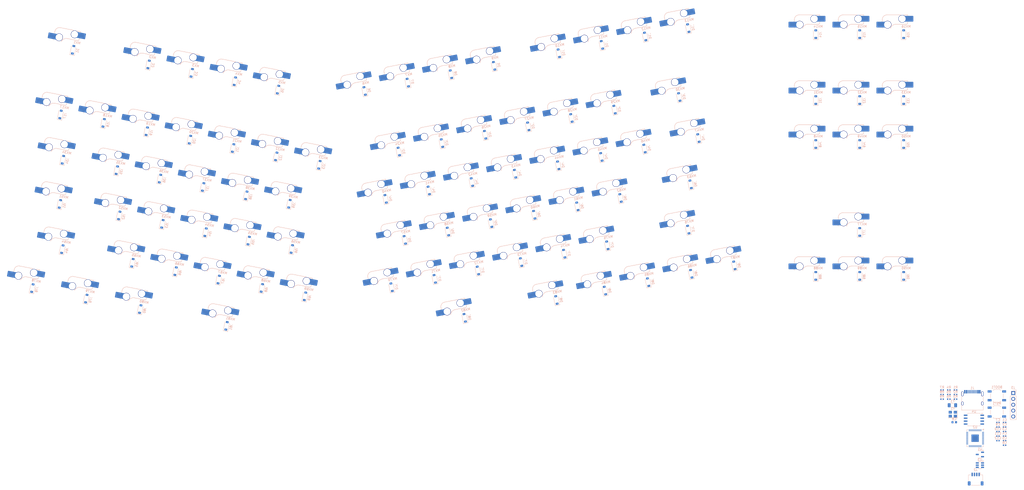
<source format=kicad_pcb>
(kicad_pcb (version 20240108) (generator "pcbnew") (generator_version "8.0")
  (layers (0 "F.Cu" signal) (31 "B.Cu" signal) (34 "B.Paste" user) (35 "F.Paste" user) (36 "B.SilkS" user "B.Silkscreen") (37 "F.SilkS" user "F.Silkscreen") (38 "B.Mask" user) (39 "F.Mask" user) (44 "Edge.Cuts" user))
  (net 0 "")
  (net 1 "GND")
  (net 2 "Net-(BOOT1-Pad2)")
  (net 3 "+5V")
  (net 4 "+3V3")
  (net 5 "+1V1")
  (net 6 "XIN")
  (net 7 "Net-(C7-Pad2)")
  (net 9 "Net-(D1-A)")
  (net 10 "Net-(D2-A)")
  (net 12 "Net-(D3-A)")
  (net 15 "Net-(D4-A)")
  (net 16 "Net-(D5-A)")
  (net 19 "Net-(D6-A)")
  (net 21 "Net-(D7-A)")
  (net 23 "Net-(D8-A)")
  (net 25 "Net-(D9-A)")
  (net 26 "Net-(D10-A)")
  (net 28 "Net-(D11-A)")
  (net 31 "Net-(D12-A)")
  (net 32 "Net-(D13-A)")
  (net 34 "Net-(D14-A)")
  (net 37 "Net-(D15-A)")
  (net 38 "Net-(D16-A)")
  (net 40 "Net-(D17-A)")
  (net 43 "Net-(D18-A)")
  (net 45 "Net-(D19-A)")
  (net 46 "Net-(D20-A)")
  (net 49 "Net-(D21-A)")
  (net 50 "Net-(D22-A)")
  (net 53 "Net-(D23-A)")
  (net 54 "Net-(D24-A)")
  (net 57 "Net-(D25-A)")
  (net 58 "Net-(D26-A)")
  (net 60 "Net-(D27-A)")
  (net 63 "Net-(D28-A)")
  (net 65 "Net-(D29-A)")
  (net 66 "Net-(D30-A)")
  (net 68 "Net-(D31-A)")
  (net 71 "Net-(D32-A)")
  (net 72 "Net-(D33-A)")
  (net 74 "Net-(D34-A)")
  (net 77 "Net-(D35-A)")
  (net 78 "Net-(D36-A)")
  (net 81 "Net-(D37-A)")
  (net 82 "Net-(D38-A)")
  (net 85 "Net-(D39-A)")
  (net 87 "Net-(D40-A)")
  (net 89 "Net-(D41-A)")
  (net 91 "Net-(D42-A)")
  (net 92 "Net-(D43-A)")
  (net 95 "Net-(D44-A)")
  (net 97 "Net-(D45-A)")
  (net 98 "Net-(D46-A)")
  (net 100 "Net-(D47-A)")
  (net 102 "Net-(D48-A)")
  (net 105 "Net-(D49-A)")
  (net 107 "Net-(D50-A)")
  (net 108 "Net-(D51-A)")
  (net 110 "Net-(D52-A)")
  (net 112 "Net-(D53-A)")
  (net 115 "Net-(D54-A)")
  (net 117 "Net-(D55-A)")
  (net 119 "Net-(D56-A)")
  (net 121 "Net-(D57-A)")
  (net 123 "Net-(D58-A)")
  (net 124 "Net-(D59-A)")
  (net 127 "Net-(D60-A)")
  (net 129 "Net-(D61-A)")
  (net 131 "Net-(D62-A)")
  (net 133 "Net-(D63-A)")
  (net 135 "Net-(D64-A)")
  (net 137 "Net-(D65-A)")
  (net 138 "Net-(D66-A)")
  (net 140 "Net-(D67-A)")
  (net 142 "Net-(D68-A)")
  (net 144 "Net-(D69-A)")
  (net 147 "Net-(D70-A)")
  (net 149 "Net-(D71-A)")
  (net 150 "Net-(D72-A)")
  (net 153 "Net-(D73-A)")
  (net 155 "Net-(D74-A)")
  (net 156 "Net-(D75-A)")
  (net 159 "Net-(D76-A)")
  (net 161 "Net-(D77-A)")
  (net 162 "Net-(D78-A)")
  (net 164 "Net-(D79-A)")
  (net 166 "Net-(D80-A)")
  (net 169 "Net-(D81-A)")
  (net 171 "Net-(D82-A)")
  (net 172 "Net-(D83-A)")
  (net 174 "Net-(D84-A)")
  (net 176 "Net-(D85-A)")
  (net 178 "Net-(D86-A)")
  (net 180 "Net-(D87-A)")
  (net 183 "Net-(D88-A)")
  (net 185 "Net-(D89-A)")
  (net 186 "Net-(D90-A)")
  (net 188 "VBUS")
  (net 189 "Net-(J1-CC2)")
  (net 190 "Net-(J1-CC1)")
  (net 191 "D-")
  (net 192 "D+")
  (net 195 "SWD")
  (net 196 "RESET")
  (net 197 "SWC")
  (net 288 "Net-(R3-Pad1)")
  (net 289 "Q_SEL")
  (net 290 "Net-(U2-USB_DP)")
  (net 291 "Net-(U2-USB_DM)")
  (net 292 "XOUT")
  (net 295 "Q_I03")
  (net 299 "Q_I01")
  (net 314 "Q_I02")
  (net 323 "Q_CLK")
  (net 327 "Q_I00")
  (footprint "marbastlib-mx:SW_MX_HS_CPG151101S11_1u" (layer "B.Cu") (at 87.510785 121.574891 169)
    (property "Reference" "MX52")
    (property "Value" "MX_SW_HS")
  )
  (footprint "Diode_SMD:D_SOD-123" (layer "B.Cu") (at 392.200438 149.94021 90)
    (property "Reference" "D88")
    (property "Value" "D_Small")
  )
  (footprint "Diode_SMD:D_SOD-123" (layer "B.Cu") (at 215.387482 66.164692 101)
    (property "Reference" "D7")
    (property "Value" "D_Small")
  )
  (footprint "Resistor_SMD:R_0402_1005Metric" (layer "B.Cu") (at 452.77375 199.38875 180)
    (property "Reference" "R1")
    (property "Value" "5.1k")
  )
  (footprint "marbastlib-mx:SW_MX_HS_CPG151101S11_1u" (layer "B.Cu") (at 100.232975 56.124899 169)
    (property "Reference" "MX2")
    (property "Value" "MX_SW_HS")
  )
  (footprint "marbastlib-mx:SW_MX_HS_CPG151101S11_1u" (layer "B.Cu") (at 143.610779 132.479625 169)
    (property "Reference" "MX55")
    (property "Value" "MX_SW_HS")
  )
  (footprint "Diode_SMD:D_SOD-123" (layer "B.Cu") (at 430.300438 73.74021 90)
    (property "Reference" "D33")
    (property "Value" "D_Small")
  )
  (footprint "Diode_SMD:D_SOD-123" (layer "B.Cu") (at 159.146725 69.193784 79)
    (property "Reference" "D5")
    (property "Value" "D_Small")
  )
  (footprint "marbastlib-mx:SW_MX_HS_CPG151101S11_1u" (layer "B.Cu") (at 80.755609 81.448712 169)
    (property "Reference" "MX18")
    (property "Value" "MX_SW_HS")
  )
  (footprint "Capacitor_SMD:C_0402_1005Metric" (layer "B.Cu") (at 474.03375 217.41875 180)
    (property "Reference" "C3")
    (property "Value" "1u")
  )
  (footprint "marbastlib-mx:SW_MX_HS_CPG151101S11_1u" (layer "B.Cu") (at 208.070275 95.07963 -169)
    (property "Reference" "MX24")
    (property "Value" "MX_SW_HS")
  )
  (footprint "Capacitor_SMD:C_0402_1005Metric" (layer "B.Cu") (at 474.03375 223.32875 180)
    (property "Reference" "C6")
    (property "Value" "22p")
  )
  (footprint "marbastlib-mx:SW_MX_HS_CPG151101S11_1u" (layer "B.Cu") (at 168.025864 156.63199 169)
    (property "Reference" "MX69")
    (property "Value" "MX_SW_HS")
  )
  (footprint "marbastlib-mx:SW_MX_HS_CPG151101S11_1u" (layer "B.Cu") (at 111.92587 145.727256 169)
    (property "Reference" "MX66")
    (property "Value" "MX_SW_HS")
  )
  (footprint "Diode_SMD:D_SOD-123" (layer "B.Cu") (at 146.424536 134.643777 79)
    (property "Reference" "D55")
    (property "Value" "D_Small")
  )
  (footprint "Diode_SMD:D_SOD-123" (layer "B.Cu") (at 279.79199 160.381765 101)
    (property "Reference" "D83")
    (property "Value" "D_Small")
  )
  (footprint "Capacitor_SMD:C_0402_1005Metric" (layer "B.Cu") (at 471.16375 219.38875 180)
    (property "Reference" "C11")
    (property "Value" "100n")
  )
  (footprint "Diode_SMD:D_SOD-123" (layer "B.Cu") (at 261.874756 105.644864 101)
    (property "Reference" "D43")
    (property "Value" "D_Small")
  )
  (footprint "Diode_SMD:D_SOD-123" (layer "B.Cu") (at 208.369586 154.858321 101)
    (property "Reference" "D70")
    (property "Value" "D_Small")
  )
  (footprint "Resistor_SMD:R_0402_1005Metric" (layer "B.Cu") (at 449.86375 201.37875 180)
    (property "Reference" "R5")
    (property "Value" "5.1k")
  )
  (footprint "Diode_SMD:D_SOD-123" (layer "B.Cu") (at 243.174758 109.279775 101)
    (property "Reference" "D42")
    (property "Value" "D_Small")
  )
  (footprint "marbastlib-mx:SW_MX_HS_CPG151101S11_1u" (layer "B.Cu") (at 297.409912 155.339975 -169)
    (property "Reference" "MX84")
    (property "Value" "MX_SW_HS")
  )
  (footprint "marbastlib-mx:SW_MX_HS_CPG151101S11_1u" (layer "B.Cu") (at 229.365096 129.753442 -169)
    (property "Reference" "MX58")
    (property "Value" "MX_SW_HS")
  )
  (footprint "Diode_SMD:D_SOD-123" (layer "B.Cu") (at 270.184667 123.436134 101)
    (property "Reference" "D60")
    (property "Value" "D_Small")
  )
  (footprint "marbastlib-mx:SW_MX_HS_CPG151101S11_1u" (layer "B.Cu") (at 62.838376 136.185614 169)
    (property "Reference" "MX64")
    (property "Value" "MX_SW_HS")
  )
  (footprint "marbastlib-mx:SW_MX_HS_CPG151101S11_1u" (layer "B.Cu") (at 49.853466 153.068156 169)
    (property "Reference" "MX78")
    (property "Value" "MX_SW_HS")
  )
  (footprint "marbastlib-mx:SW_MX_HS_CPG151101S11_1u" (layer "B.Cu") (at 261.050004 143.001073 -169)
    (property "Reference" "MX73")
    (property "Value" "MX_SW_HS")
  )
  (footprint "Package_SO:SOIC-8_5.23x5.23mm_P1.27mm" (layer "B.Cu") (at 460.74375 212.24875 180)
    (property "Reference" "U4")
    (property "Value" "W25Q128JVS")
  )
  (footprint "Diode_SMD:D_SOD-123" (layer "B.Cu") (at 248.889846 88.762321 101)
    (property "Reference" "D26")
    (property "Value" "D_Small")
  )
  (footprint "marbastlib-mx:SW_MX_HS_CPG151101S11_1u" (layer "B.Cu") (at 285.465089 118.848708 -169)
    (property "Reference" "MX61")
    (property "Value" "MX_SW_HS")
  )
  (footprint "Diode_SMD:D_SOD-123" (layer "B.Cu") (at 299.537473 49.807591 101)
    (property "Reference" "D11")
    (property "Value" "D_Small")
  )
  (footprint "Capacitor_SMD:C_0402_1005Metric" (layer "B.Cu") (at 471.16375 215.44875 180)
    (property "Reference" "C9")
    (property "Value" "1u")
  )
  (footprint "marbastlib-mx:SW_MX_HS_CPG151101S11_1u" (layer "B.Cu") (at 334.552584 109.307065 -169)
    (property "Reference" "MX63")
    (property "Value" "MX_SW_HS")
  )
  (footprint "Resistor_SMD:R_0402_1005Metric" (layer "B.Cu") (at 446.95375 199.38875 180)
    (property "Reference" "R7")
    (property "Value" "27")
  )
  (footprint "Diode_SMD:D_SOD-123" (layer "B.Cu") (at 205.774763 116.549598 101)
    (property "Reference" "D40")
    (property "Value" "D_Small")
  )
  (footprint "marbastlib-mx:SW_MX_HS_CPG151101S11_1u" (layer "B.Cu") (at 408.075438 148.35271 180)
    (property "Reference" "MX89")
    (property "Value" "MX_SW_HS")
  )
  (footprint "marbastlib-mx:SW_MX_HS_CPG151101S11_1u" (layer "B.Cu") (at 155.555601 95.988357 169)
    (property "Reference" "MX22")
    (property "Value" "MX_SW_HS")
  )
  (footprint "marbastlib-mx:SW_MX_HS_CPG151101S11_1u" (layer "B.Cu") (at 277.155179 101.057438 -169)
    (property "Reference" "MX44")
    (property "Value" "MX_SW_HS")
  )
  (footprint "marbastlib-mx:SW_MX_HS_CPG151101S11_1u" (layer "B.Cu") (at 130.625868 149.362167 169)
    (property "Reference" "MX67")
    (property "Value" "MX_SW_HS")
  )
  (footprint "Diode_SMD:D_SOD-123" (layer "B.Cu") (at 280.574754 102.009952 101)
    (property "Reference" "D44")
    (property "Value" "D_Small")
  )
  (footprint "Diode_SMD:D_SOD-123" (layer "B.Cu") (at 114.739627 147.891408 79)
    (property "Reference" "D66")
    (property "Value" "D_Small")
  )
  (footprint "Diode_SMD:D_SOD-123" (layer "B.Cu") (at 52.667223 155.232308 79)
    (property "Reference" "D78")
    (property "Value" "D_Small")
  )
  (footprint "Diode_SMD:D_SOD-123" (layer "B.Cu") (at 411.250438 73.74021 90)
    (property "Reference" "D32")
    (property "Value" "D_Small")
  )
  (footprint "marbastlib-mx:SW_MX_HS_CPG151101S11_1u" (layer "B.Cu") (at 279.750002 139.366161 -169)
    (property "Reference" "MX74")
    (property "Value" "MX_SW_HS")
  )
  (footprint "Diode_SMD:D_SOD-123" (layer "B.Cu") (at 245.769582 147.588498 101)
    (property "Reference" "D72")
    (property "Value" "D_Small")
  )
  (footprint "Diode_SMD:D_SOD-123" (layer "B.Cu") (at 288.884665 119.801222 101)
    (property "Reference" "D61")
    (property "Value" "D_Small")
  )
  (footprint "Diode_SMD:D_SOD-123" (layer "B.Cu") (at 214.084674 134.340868 101)
    (property "Reference" "D57")
    (property "Value" "D_Small")
  )
  (footprint "Connector_USB:USB_C_Receptacle_HRO_TYPE-C-31-M-12" (layer "B.Cu") (at 460.07375 204.18875 180)
    (property "Reference" "J1")
    (property "Value" "USB_C_Receptacle_USB2.0_16P")
  )
  (footprint "Resistor_SMD:R_0402_1005Metric" (layer "B.Cu") (at 452.77375 203.36875 180)
    (property "Reference" "R3")
    (property "Value" "5.1k")
  )
  (footprint "Diode_SMD:D_SOD-123" (layer "B.Cu") (at 177.069356 101.78742 79)
    (property "Reference" "D23")
    (property "Value" "D_Small")
  )
  (footprint "Diode_SMD:D_SOD-123" (layer "B.Cu") (at 127.724538 131.008866 79)
    (property "Reference" "D54")
    (property "Value" "D_Small")
  )
  (footprint "marbastlib-mx:SW_MX_HS_CPG151101S11_1u" (layer "B.Cu") (at 105.170695 105.601077 169)
    (property "Reference" "MX36")
    (property "Value" "MX_SW_HS")
  )
  (footprint "marbastlib-mx:SW_MX_HS_CPG151101S11_1u" (layer "B.Cu") (at 161.270688 116.505811 169)
    (property "Reference" "MX39")
    (property "Value" "MX_SW_HS")
  )
  (footprint "Package_TO_SOT_SMD:SOT-23-6" (layer "B.Cu") (at 463.34375 231.96875 180)
    (property "Reference" "U3")
    (property "Value" "SRV05-4")
  )
  (footprint "marbastlib-mx:SW_MX_HS_CPG151101S11_1u" (layer "B.Cu") (at 389.025438 148.35271 180)
    (property "Reference" "MX88")
    (property "Value" "MX_SW_HS")
  )
  (footprint "Diode_SMD:D_SOD-123" (layer "B.Cu") (at 336.932071 129.868306 101)
    (property "Reference" "D76")
    (property "Value" "D_Small")
  )
  (footprint "Diode_SMD:D_SOD-123" (layer "B.Cu") (at 107.984452 107.765229 79)
    (property "Reference" "D36")
    (property "Value" "D_Small")
  )
  (footprint "marbastlib-mx:SW_MX_HS_CPG151101S11_1u" (layer "B.Cu") (at 99.455607 85.083623 169)
    (property "Reference" "MX19")
    (property "Value" "MX_SW_HS")
  )
  (footprint "Diode_SMD:D_SOD-123" (layer "B.Cu") (at 392.200438 73.74021 90)
    (property "Reference" "D31")
    (property "Value" "D_Small")
  )
  (footprint "Diode_SMD:D_SOD-123" (layer "B.Cu") (at 64.869369 79.977952 79)
    (property "Reference" "D17")
    (property "Value" "D_Small")
  )
  (footprint "Diode_SMD:D_SOD-123" (layer "B.Cu") (at 318.23747 46.172679 101)
    (property "Reference" "D12")
    (property "Value" "D_Small")
  )
  (footprint "marbastlib-mx:SW_MX_HS_CPG151101S11_1u" (layer "B.Cu") (at 118.932973 59.75981 169)
    (property "Reference" "MX3")
    (property "Value" "MX_SW_HS")
  )
  (footprint "marbastlib-mx:SW_MX_HS_CPG151101S11_1u" (layer "B.Cu") (at 223.650008 150.270895 -169)
    (property "Reference" "MX71")
    (property "Value" "MX_SW_HS")
  )
  (footprint "Resistor_SMD:R_0402_1005Metric" (layer "B.Cu") (at 449.86375 199.38875 180)
    (property "Reference" "R4")
    (property "Value" "5.1k")
  )
  (footprint "marbastlib-mx:SW_MX_HS_CPG151101S11_1u" (layer "B.Cu") (at 264.170268 84.174895 -169)
    (property "Reference" "MX27")
    (property "Value" "MX_SW_HS")
  )
  (footprint "marbastlib-mx:SW_MX_HS_CPG151101S11_1u" (layer "B.Cu") (at 156.332968 67.029633 169)
    (property "Reference" "MX5")
    (property "Value" "MX_SW_HS")
  )
  (footprint "marbastlib-mx:SW_MX_HS_CPG151101S11_1u" (layer "B.Cu") (at 333.512496 128.915791 -169)
    (property "Reference" "MX76")
    (property "Value" "MX_SW_HS")
  )
  (footprint "marbastlib-mx:SW_MX_HS_CPG151101S11_1u" (layer "B.Cu") (at 249.367902 57.942354 -169)
    (property "Reference" "MX9")
    (property "Value" "MX_SW_HS")
  )
  (footprint "marbastlib-mx:SW_MX_HS_CPG151101S11_1u" (layer "B.Cu") (at 333.517893 41.585253 -169)
    (property "Reference" "MX13")
    (property "Value" "MX_SW_HS")
  )
  (footprint "Diode_SMD:D_SOD-123" (layer "B.Cu") (at 283.169577 140.318676 101)
    (property "Reference" "D74")
    (property "Value" "D_Small")
  )
  (footprint "marbastlib-mx:SW_MX_HS_CPG151101S11_1u" (layer "B.Cu") (at 136.855603 92.353446 169)
    (property "Reference" "MX21")
    (property "Value" "MX_SW_HS")
  )
  (footprint "marbastlib-mx:SW_MX_HS_CPG151101S11_1u" (layer "B.Cu") (at 427.125438 72.15271 180)
    (property "Reference" "MX33")
    (property "Value" "MX_SW_HS")
  )
  (footprint "Capacitor_SMD:C_0402_1005Metric" (layer "B.Cu") (at 474.03375 215.44875 180)
    (property "Reference" "C2")
    (property "Value" "1u")
  )
  (footprint "Diode_SMD:D_SOD-123" (layer "B.Cu") (at 251.484669 127.071045 101)
    (property "Reference" "D59")
    (property "Value" "D_Small")
  )
  (footprint "marbastlib-mx:SW_MX_HS_CPG151101S11_1u" (layer "B.Cu") (at 245.47027 87.809807 -169)
    (property "Reference" "MX26")
    (property "Value" "MX_SW_HS")
  )
  (footprint "marbastlib-mx:SW_MX_HS_CPG151101S11_1u" (layer "B.Cu") (at 314.817895 45.220165 -169)
    (property "Reference" "MX12")
    (property "Value" "MX_SW_HS")
  )
  (footprint "Diode_SMD:D_SOD-123" (layer "B.Cu") (at 145.384447 115.035051 79)
    (property "Reference" "D38")
    (property "Value" "D_Small")
  )
  (footprint "marbastlib-mx:SW_MX_HS_CPG151101S11_1u" (layer "B.Cu") (at 427.125438 43.57771 180)
    (property "Reference" "MX16")
    (property "Value" "MX_SW_HS")
  )
  (footprint "marbastlib-mx:SW_MX_HS_CPG151101S11_1u" (layer "B.Cu") (at 63.0957 97.422526 169)
    (property "Reference" "MX34")
    (property "Value" "MX_SW_HS")
  )
  (footprint "Diode_SMD:D_SOD-123" (layer "B.Cu") (at 109.02454 127.373954 79)
    (property "Reference" "D53")
    (property "Value" "D_Small")
  )
  (footprint "Diode_SMD:D_SOD-123" (layer "B.Cu") (at 165.124533 138.278688 79)
    (property "Reference" "D56")
    (property "Value" "D_Small")
  )
  (footprint "Resistor_SMD:R_0402_1005Metric" (layer "B.Cu") (at 446.95375 201.37875 180)
    (property "Reference" "R8")
    (property "Value" "27")
  )
  (footprint "marbastlib-mx:SW_MX_HS_CPG151101S11_1u" (layer "B.Cu") (at 202.355187 115.597083 -169)
    (property "Reference" "MX40")
    (property "Value" "MX_SW_HS")
  )
  (footprint "marbastlib-mx:SW_MX_HS_CPG151101S11_1u" (layer "B.Cu") (at 236.634919 167.153437 -169)
    (property "Reference" "MX82")
    (property "Value" "MX_SW_HS")
  )
  (footprint "Diode_SMD:D_SOD-123" (layer "B.Cu") (at 103.046732 58.28905 79)
    (property "Reference" "D2")
    (property "Value" "D_Small")
  )
  (footprint "Diode_SMD:D_SOD-123" (layer "B.Cu") (at 158.369358 98.152509 79)
    (property "Reference" "D22")
    (property "Value" "D_Small")
  )
  (footprint "Diode_SMD:D_SOD-123" (layer "B.Cu") (at 304.98984 77.857587 101)
    (property "Reference" "D29")
    (property "Value" "D_Small")
  )
  (footprint "marbastlib-mx:SW_MX_HS_CPG151101S11_1u" (layer "B.Cu") (at 258.455181 104.692349 -169)
    (property "Reference" "MX43")
    (property "Value" "MX_SW_HS")
  )
  (footprint "Diode_SMD:D_SOD-123" (layer "B.Cu") (at 133.439625 151.526319 79)
    (property "Reference" "D67")
    (property "Value" "D_Small")
  )
  (footprint "marbastlib-mx:SW_MX_HS_CPG151101S11_1u" (layer "B.Cu") (at 329.620261 71.452706 -169)
    (property "Reference" "MX30")
    (property "Value" "MX_SW_HS")
  )
  (footprint "Fuse:Fuse_1206_3216Metric" (layer "B.Cu") (at 451.42375 206.00875 180)
    (property "Reference" "F1")
    (property "Value" "Fuse_Small")
  )
  (footprint "Diode_SMD:D_SOD-123" (layer "B.Cu") (at 341.349747 90.19649 101)
    (property "Reference" "D47")
    (property "Value" "D_Small")
  )
  (footprint "marbastlib-mx:SW_MX_HS_CPG151101S11_1u" (layer "B.Cu") (at 211.967907 65.212177 -169)
    (property "Reference" "MX7")
    (property "Value" "MX_SW_HS")
  )
  (footprint "Diode_SMD:D_SOD-123" (layer "B.Cu") (at 430.300438 92.79021 90)
    (property "Reference" "D50")
    (property "Value" "D_Small")
  )
  (footprint "Diode_SMD:D_SOD-123" (layer "B.Cu") (at 299.274752 98.375041 101)
    (property "Reference" "D45")
    (property "Value" "D_Small")
  )
  (footprint "marbastlib-mx:SW_MX_HS_CPG151101S11_1u" (layer "B.Cu") (at 149.325866 152.997079 169)
    (property "Reference" "MX68")
    (property "Value" "MX_SW_HS")
  )
  (footprint "marbastlib-mx:SW_MX_HS_CPG151101S11_1u" (layer "B.Cu") (at 62.055612 77.813801 169)
    (property "Reference" "MX17")
    (property "Value" "MX_SW_HS")
  )
  (footprint "Diode_SMD:D_SOD-123" (layer "B.Cu") (at 317.97475 94.740129 101)
    (property "Reference" "D46")
    (property "Value" "D_Small")
  )
  (footprint "Diode_SMD:D_SOD-123" (layer "B.Cu") (at 64.612045 118.74104 79)
    (property "Reference" "D51")
    (property "Value" "D_Small")
  )
  (footprint "Diode_SMD:D_SOD-123" (layer "B.Cu") (at 90.324542 123.739043 79)
    (property "Reference" "D52")
    (property "Value" "D_Small")
  )
  (footprint "Diode_SMD:D_SOD-123" (layer "B.Cu") (at 96.03963 144.256496 79)
    (property "Reference" "D65")
    (property "Value" "D_Small")
  )
  (footprint "marbastlib-mx:SW_MX_HS_CPG151101S11_1u" (layer "B.Cu") (at 86.470697 101.966165 169)
    (property "Reference" "MX35")
    (property "Value" "MX_SW_HS")
  )
  (footprint "marbastlib-mx:SW_MX_HS_CPG151101S11_1u" (layer "B.Cu") (at 137.63297 63.394721 169)
    (property "Reference" "MX4")
    (property "Value" "MX_SW_HS")
  )
  (footprint "marbastlib-mx:SW_MX_HS_CPG151101S11_1u" (layer "B.Cu") (at 230.667904 61.577266 -169)
    (property "Reference" "MX8")
    (property "Value" "MX_SW_HS")
  )
  (footprint "Diode_SMD:D_SOD-123" (layer "B.Cu") (at 102.269364 87.247775 79)
    (property "Reference" "D19")
    (property "Value" "D_Small")
  )
  (footprint "Diode_SMD:D_SOD-123" (layer "B.Cu") (at 300.829487 156.29249 101)
    (property "Reference" "D84")
    (property "Value" "D_Small")
  )
  (footprint "marbastlib-mx:SW_MX_HS_CPG151101S11_1u" (layer "B.Cu") (at 67.507979 49.763804 169)
    (property "Reference" "MX1")
    (property "Value" "MX_SW_HS")
  )
  (footprint "Capacitor_SMD:C_0402_1005Metric" (layer "B.Cu") (at 474.03375 213.47875 180)
    (property "Reference" "C1")
    (property "Value" "1u")
  )
  (footprint "marbastlib-mx:SW_MX_HS_CPG151101S11_1u" (layer "B.Cu") (at 408.075438 91.20271 180)
    (property "Reference" "MX49")
    (property "Value" "MX_SW_HS")
  )
  (footprint "Connector_PinHeader_2.54mm:PinHeader_1x05_P2.54mm_Vertical" (layer "B.Cu") (at 477.79375 200.71875 180)
    (property "Reference" "J3")
    (property "Value" "Conn_01x05")
  )
  (footprint "marbastlib-mx:SW_MX_HS_CPG151101S11_1u" (layer "B.Cu") (at 276.372414 159.429251 -169)
    (property "Reference" "MX83")
    (property "Value" "MX_SW_HS")
  )
  (footprint "marbastlib-mx:SW_MX_HS_CPG151101S11_1u" (layer "B.Cu") (at 389.025438 91.20271 180)
    (property "Reference" "MX48")
    (property "Value" "MX_SW_HS")
  )
  (footprint "Capacitor_SMD:C_0402_1005Metric" (layer "B.Cu") (at 471.16375 221.35875 180)
    (property "Reference" "C12")
    (property "Value" "100n")
  )
  (footprint "marbastlib-mx:SW_MX_HS_CPG151101S11_1u" (layer "B.Cu") (at 304.165087 115.213796 -169)
    (property "Reference" "MX62")
    (property "Value" "MX_SW_HS")
  )
  (footprint "Diode_SMD:D_SOD-123" (layer "B.Cu") (at 89.284454 104.130317 79)
    (property "Reference" "D35")
    (property "Value" "D_Small")
  )
  (footprint "marbastlib-mx:SW_MX_HS_CPG151101S11_1u" (layer "B.Cu") (at 298.45 135.73125 -169)
    (property "Reference" "MX75")
    (property "Value" "MX_SW_HS")
  )
  (footprint "marbastlib-mx:SW_MX_HS_CPG151101S11_1u" (layer "B.Cu") (at 226.770273 91.444718 -169)
    (property "Reference" "MX25")
    (property "Value" "MX_SW_HS")
  )
  (footprint "Capacitor_SMD:C_0402_1005Metric" (layer "B.Cu") (at 471.16375 213.47875 180)
    (property "Reference" "C7")
    (property "Value" "22p")
  )
  (footprint "Capacitor_SMD:C_0402_1005Metric" (layer "B.Cu") (at 474.03375 219.38875 180)
    (property "Reference" "C4")
    (property "Value" "100n")
  )
  (footprint "Diode_SMD:D_SOD-123" (layer "B.Cu") (at 99.417217 164.319586 79)
    (property "Reference" "D80")
    (property "Value" "D_Small")
  )
  (footprint "Diode_SMD:D_SOD-123" (layer "B.Cu") (at 333.039836 72.40522 101)
    (property "Reference" "D30")
    (property "Value" "D_Small")
  )
  (footprint "Diode_SMD:D_SOD-123" (layer "B.Cu") (at 356.929481 145.387756 101)
    (property "Reference" "D87")
    (property "Value" "D_Small")
  )
  (footprint "Diode_SMD:D_SOD-123" (layer "B.Cu") (at 411.250438 45.16521 90)
    (property "Reference" "D15")
    (property "Value" "D_Small")
  )
  (footprint "marbastlib-mx:SW_MX_HS_CPG151101S11_1u" (layer "B.Cu") (at 408.075438 72.15271 180)
    (property "Reference" "MX32")
    (property "Value" "MX_SW_HS")
  )
  (footprint "marbastlib-mx:SW_MX_HS_CPG151101S11_1u" (layer "B.Cu") (at 408.075438 43.57771 180)
    (property "Reference" "MX15")
    (property "Value" "MX_SW_HS")
  )
  (footprint "Diode_SMD:D_SOD-123" (layer "B.Cu") (at 280.837475 53.442502 101)
    (property "Reference" "D10")
    (property "Value" "D_Small")
  )
  (footprint "Diode_SMD:D_SOD-123" (layer "B.Cu") (at 234.08748 62.52978 101)
    (property "Reference" "D8")
    (property "Value" "D_Small")
  )
  (footprint "marbastlib-mx:SW_MX_HS_CPG151101S11_1u" (layer "B.Cu") (at 221.055185 111.962172 -169)
    (property "Reference" "MX41")
    (property "Value" "MX_SW_HS")
  )
  (footprint "marbastlib-mx:SW_MX_HS_CPG151101S11_1u" (layer "B.Cu") (at 334.809907 148.070153 -169)
    (property "Reference" "MX86")
    (property "Value" "MX_SW_HS")
  )
  (footprint "marbastlib-mx:SW_MX_HS_CPG151101S11_1u" (layer "B.Cu") (at 266.765092 122.483619 -169)
    (property "Reference" "MX60")
    (property "Value" "MX_SW_HS")
  )
  (footprint "Diode_SMD:D_SOD-123" (layer "B.Cu") (at 232.784671 130.705956 101)
    (property "Reference" "D58")
    (property "Value" "D_Small")
  )
  (footprint "Diode_SMD:D_SOD-123" (layer "B.Cu") (at 267.589844 85.12741 101)
    (property "Reference" "D27")
    (property "Value" "D_Small")
  )
  (footprint "Diode_SMD:D_SOD-123" (layer "B.Cu") (at 139.66936 94.517598 79)
    (property "Reference" "D21")
    (property "Value" "D_Small")
  )
  (footprint "Diode_SMD:D_SOD-123" (layer "B.Cu") (at 319.529485 152.657579 101)
    (property "Reference" "D85")
    (property "Value" "D_Small")
  )
  (footprint "Resistor_SMD:R_0402_1005Metric" (layer "B.Cu") (at 449.86375 203.36875 180)
    (property "Reference" "R6")
    (property "Value" "1k")
  )
  (footprint "Diode_SMD:D_SOD-123" (layer "B.Cu") (at 301.869575 136.683764 101)
    (property "Reference" "D75")
    (property "Value" "D_Small")
  )
  (footprint "marbastlib-mx:SW_MX_HS_CPG151101S11_1u" (layer "B.Cu") (at 277.417899 52.489987 -169)
    (property "Reference" "MX10")
    (property "Value" "MX_SW_HS")
  )
  (footprint "Diode_SMD:D_SOD-123" (layer "B.Cu") (at 336.937468 42.537768 101)
    (property "Reference" "D13")
    (property "Value" "D_Small")
  )
  (footprint "Diode_SMD:D_SOD-123" (layer "B.Cu") (at 264.46958 143.953587 101)
    (property "Reference" "D73")
    (property "Value" "D_Small")
  )
  (footprint "Diode_SMD:D_SOD-123" (layer "B.Cu") (at 196.687484 69.799603 101)
    (property "Reference" "D6")
    (property "Value" "D_Small")
  )
  (footprint "marbastlib-mx:SW_MX_HS_CPG151101S11_1u" (layer "B.Cu") (at 134.003456 169.425257 169)
    (property "Reference" "MX81")
    (property "Value" "MX_SW_HS")
  )
  (footprint "Resistor_SMD:R_0402_1005Metric" (layer "B.Cu") (at 452.77375 201.37875 180)
    (property "Reference" "R2")
    (property "Value" "5.1k")
  )
  (footprint "Capacitor_SMD:C_0402_1005Metric" (layer "B.Cu") (at 471.16375 217.41875 180)
    (property "Reference" "C10")
    (property "Value" "100n")
  )
  (footprint "Diode_SMD:D_SOD-123" (layer "B.Cu") (at 411.250438 130.89021 90)
    (property "Reference" "D77")
    (property "Value" "D_Small")
  )
  (footprint "Connector_JST:JST_SH_SM04B-SRSS-TB_1x04-1MP_P1.00mm_Horizontal" (layer "B.Cu") (at 461.49375 237.99875 180)
    (property "Reference" "J2")
    (property "Value" "Conn_01x04")
  )
  (footprint "marbastlib-mx:SW_MX_HS_CPG151101S11_1u" (layer "B.Cu") (at 93.225873 142.092345 169)
    (property "Reference" "MX65")
    (property "Value" "MX_SW_HS")
  )
  (footprint "Button_Switch_SMD:SW_SPST_TL3342" (layer "B.Cu") (at 470.69375 201.91875 180)
    (property "Reference" "BOOT1")
    (property "Value" "SW_Push")
  )
  (footprint "Diode_SMD:D_SOD-123" (layer "B.Cu") (at 240.054494 168.105952 101)
    (property "Reference" "D82")
    (property "Value" "D_Small")
  )
  (footprint "marbastlib-mx:SW_MX_HS_CPG151101S11_1u" (layer "B.Cu") (at 389.025438 43.57771 180)
    (property "Reference" "MX14")
    (property "Value" "MX_SW_HS")
  )
  (footprint "Diode_SMD:D_SOD-123" (layer "B.Cu") (at 338.229483 149.022667 101)
    (property "Reference" "D86")
    (property "Value" "D_Small")
  )
  (footprint "marbastlib-mx:SW_MX_HS_CPG151101S11_1u" (layer "B.Cu") (at 142.57069 112.8709 169)
    (property "Reference" "MX38")
    (property "Value" "MX_SW_HS")
  )
  (footprint "marbastlib-mx:SW_MX_HS_CPG151101S11_1u" (layer "B.Cu") (at 314.555174 93.787615 -169)
    (property "Reference" "MX46")
    (property "Value" "MX_SW_HS")
  )
  (footprint "Diode_SMD:D_SOD-123" (layer "B.Cu") (at 307.584663 116.166311 101)
    (property "Reference" "D62")
    (property "Value" "D_Small")
  )
  (footprint "marbastlib-mx:SW_MX_HS_CPG151101S11_1u" (layer "B.Cu") (at 106.210783 125.209803 169)
    (property "Reference" "MX53")
    (property "Value" "MX_SW_HS")
  )
  (footprint "marbastlib-mx:SW_MX_HS_CPG151101S11_1u" (layer "B.Cu") (at 301.570264 76.905073 -169)
    (property "Reference" "MX29")
    (property "Value" "MX_SW_HS")
  )
  (footprint "Diode_SMD:D_SOD-123" (layer "B.Cu") (at 430.300438 45.16521 90)
    (property "Reference" "D16")
    (property "Value" "D_Small")
  )
  (footprint "marbastlib-mx:SW_MX_HS_CPG151101S11_1u" (layer "B.Cu") (at 174.255599 99.623269 169)
    (property "Reference" "MX23")
    (property "Value" "MX_SW_HS")
  )
  (footprint "Crystal:Crystal_SMD_3225-4Pin_3.2x2.5mm" (layer "B.Cu") (at 451.60375 209.87875 180)
    (property "Reference" "Y1")
    (property "Value" "Crystal_GND24")
  )
  (footprint "marbastlib-mx:SW_MX_HS_CPG151101S11_1u" (layer "B.Cu") (at 389.025438 72.15271 180)
    (property "Reference" "MX31")
    (property "Value" "MX_SW_HS")
  )
  (footprint "Diode_SMD:D_SOD-123" (layer "B.Cu") (at 286.289842 81.492499 101)
    (property "Reference" "D28")
    (property "Value" "D_Small")
  )
  (footprint "Diode_SMD:D_SOD-123" (layer "B.Cu") (at 211.48985 96.032144 101)
    (property "Reference" "D24")
    (property "Value" "D_Small")
  )
  (footprint "marbastlib-mx:SW_MX_HS_CPG151101S11_1u" (layer "B.Cu") (at 123.870693 109.235988 169)
    (property "Reference" "MX37")
    (property "Value" "MX_SW_HS")
  )
  (footprint "marbastlib-mx:SW_MX_HS_CPG151101S11_1u" (layer "B.Cu") (at 239.755183 108.32726 -169)
    (property "Reference" "MX42")
    (property "Value" "MX_SW_HS")
  )
  (footprint "marbastlib-mx:SW_MX_HS_CPG151101S11_1u" (layer "B.Cu") (at 427.125438 148.35271 180)
    (property "Reference" "MX90")
    (property "Value" "MX_SW_HS")
  )
  (footprint "Capacitor_SMD:C_0402_1005Metric" (layer "B.Cu") (at 474.03375 221.35875 180)
    (property "Reference" "C5")
    (property "Value" "1u")
  )
  (footprint "marbastlib-mx:SW_MX_HS_CPG151101S11_1u" (layer "B.Cu") (at 295.855176 97.422526 -169)
    (property "Reference" "MX45")
    (property "Value" "MX_SW_HS")
  )
  (footprint "Diode_SMD:D_SOD-123" (layer "B.Cu") (at 126.68445 111.40014 79)
    (property "Reference" "D37")
    (property "Value" "D_Small")
  )
  (footprint "Diode_SMD:D_SOD-123" (layer "B.Cu") (at 337.972159 110.25958 101)
    (property "Reference" "D63")
    (property "Value" "D_Small")
  )
  (footprint "Diode_SMD:D_SOD-123" (layer "B.Cu") (at 392.200438 45.16521 90)
    (property "Reference" "D14")
    (property "Value" "D_Small")
  )
  (footprint "Diode_SMD:D_SOD-123" (layer "B.Cu") (at 70.321736 51.927956 79)
    (property "Reference" "D1")
    (property "Value" "D_Small")
  )
  (footprint "Package_DFN_QFN:QFN-56-1EP_7x7mm_P0.4mm_EP3.2x3.2mm" (layer "B.Cu") (at 461.26375 220.28875 180)
    (property "Reference" "U2")
    (property "Value" "RP2040")
  )
  (footprint "marbastlib-mx:SW_MX_HS_CPG151101S11_1u" (layer "B.Cu") (at 118.155605 88.718535 169)
    (property "Reference" "MX20")
    (property "Value" "MX_SW_HS")
  )
  (footprint "Diode_SMD:D_SOD-123" (layer "B.Cu") (at 411.250438 92.79021 90)
    (property "Reference" "D49")
    (property "Value" "D_Small")
  )
  (footprint "marbastlib-mx:SW_MX_HS_CPG151101S11_1u" (layer "B.Cu") (at 316.109909 151.705064 -169)
    (property "Reference" "MX85")
    (property "Value" "MX_SW_HS")
  )
  (footprint "Diode_SMD:D_SOD-123" (layer "B.Cu") (at 140.446727 65.558873 79)
    (property "Reference" "D4")
    (property "Value" "D_Small")
  )
  (footprint "Diode_SMD:D_SOD-123" (layer "B.Cu") (at 224.474761 112.914686 101)
    (property "Reference" "D41")
    (property "Value" "D_Small")
  )
  (footprint "Capacitor_SMD:C_0603_1608Metric" (layer "B.Cu") (at 452.22375 213.35875 180)
    (property "Reference" "C8")
    (property "Value" "10u")
  )
  (footprint "Diode_SMD:D_SOD-123" (layer "B.Cu") (at 170.839621 158.796142 79)
    (property "Reference" "D69")
    (property "Value" "D_Small")
  )
  (footprint "Diode_SMD:D_SOD-123" (layer "B.Cu") (at 430.300438 149.94021 90)
    (property "Reference" "D90")
    (property "Value" "D_Small")
  )
  (footprint "Diode_SMD:D_SOD-123" (layer "B.Cu") (at 121.74673 61.923962 79)
    (property "Reference" "D3")
    (property "Value" "D_Small")
  )
  (footprint "marbastlib-mx:SW_MX_HS_CPG151101S11_1u" (layer "B.Cu") (at 427.125438 91.20271 180)
    (property "Reference" "MX50")
    (property "Value" "MX_SW_HS")
  )
  (footprint "marbastlib-mx:SW_MX_HS_CPG151101S11_1u" (layer "B.Cu") (at 124.910781 128.844714 169)
    (property "Reference" "MX54")
    (property "Value" "MX_SW_HS")
  )
  (footprint "Diode_SMD:D_SOD-123" (layer "B.Cu") (at 152.139623 155.16123 79)
    (property "Reference" "D68")
    (property "Value" "D_Small")
  )
  (footprint "marbastlib-mx:SW_MX_HS_CPG151101S11_1u" (layer "B.Cu") (at 296.117897 48.855076 -169)
    (property "Reference" "MX11")
    (property "Value" "MX_SW_HS")
  )
  (footprint "marbastlib-mx:SW_MX_HS_CPG151101S11_1u" (layer "B.Cu") (at 96.60346 162.155434 169)
    (property "Reference" "MX80")
    (property "Value" "MX_SW_HS")
  )
  (footprint "marbastlib-mx:SW_MX_HS_CPG151101S11_1u" (layer "B.Cu") (at 282.870266 80.539984 -169)
    (property "Reference" "MX28")
    (property "Value" "MX_SW_HS")
  )
  (footprint "Button_Switch_SMD:SW_SPST_TL3342" (layer "B.Cu") (at 470.69375 208.96875 180)
    (property "Reference" "RST1")
    (property "Value" "SW_Push")
  )
  (footprint "marbastlib-mx:SW_MX_HS_CPG151101S11_1u" (layer "B.Cu") (at 210.665098 133.388353 -169)
    (property "Reference" "MX57")
    (property "Value" "MX_SW_HS")
  )
  (footprint "Diode_SMD:D_SOD-123" (layer "B.Cu") (at 65.652133 138.349765 79)
    (property "Reference" "D64")
    (property "Value" "D_Small")
  )
  (footprint "marbastlib-mx:SW_MX_HS_CPG151101S11_1u" (layer "B.Cu") (at 248.065094 126.11853 -169)
    (property "Reference" "MX59")
    (property "Value" "MX_SW_HS")
  )
  (footprint "Resistor_SMD:R_0402_1005Metric" (layer "B.Cu") (at 446.95375 203.36875 180)
    (property "Reference" "R9")
    (property "Value" "1k")
  )
  (footprint "Diode_SMD:D_SOD-123" (layer "B.Cu") (at 392.200438 92.79021 90)
    (property "Reference" "D48")
    (property "Value" "D_Small")
  )
  (footprint "marbastlib-mx:SW_MX_HS_CPG151101S11_1u" (layer "B.Cu") (at 337.930172 89.243976 -169)
    (property "Reference" "MX47")
    (property "Value" "MX_SW_HS")
  )
  (footprint "marbastlib-mx:SW_MX_HS_CPG151101S11_1u" (layer "B.Cu") (at 193.267909 68.847088 -169)
    (property "Reference" "MX6")
    (property "Value" "MX_SW_HS")
  )
  (footprint "marbastlib-mx:SW_MX_HS_CPG151101S11_1u" (layer "B.Cu") (at 73.228463 157.611795 169)
    (property "Reference" "MX79")
    (property "Value" "MX_SW_HS")
  )
  (footprint "Diode_SMD:D_SOD-123" (layer "B.Cu") (at 230.189848 92.397233 101)
    (property "Reference" "D25")
    (property "Value" "D_Small")
  )
  (footprint "Diode_SMD:D_SOD-123" (layer "B.Cu") (at 65.909457 99.586678 79)
    (property "Reference" "D34")
    (property "Value" "D_Small")
  )
  (footprint "Diode_SMD:D_SOD-123" (layer "B.Cu") (at 411.250438 149.94021 90)
    (property "Reference" "D89")
    (property "Value" "D_Small")
  )
  (footprint "marbastlib-mx:SW_MX_HS_CPG151101S11_1u" (layer "B.Cu") (at 162.310776 136.114537 169)
    (property "Reference" "MX56")
    (property "Value" "MX_SW_HS")
  )
  (footprint "Diode_SMD:D_SOD-123" (layer "B.Cu") (at 76.04222 159.775947 79)
    (property "Reference" "D79")
    (property "Value" "D_Small")
  )
  (footprint "Diode_SMD:D_SOD-123" (layer "B.Cu") (at 252.787478 58.894869 101)
    (property "Reference" "D9")
    (property "Value" "D_Small")
  )
  (footprint "marbastlib-mx:SW_MX_HS_CPG151101S11_1u" (layer "B.Cu") (at 204.95001 153.905807 -169)
    (property "Reference" "MX70")
    (property "Value" "MX_SW_HS")
  )
  (footprint "marbastlib-mx:SW_MX_HS_CPG151101S11_1u" (layer "B.Cu") (at 408.075438 129.30271 180)
    (property "Reference" "MX77")
    (property "Value" "MX_SW_HS")
  )
  (footprint "marbastlib-mx:SW_MX_HS_CPG151101S11_1u" (layer "B.Cu") (at 242.350006 146.635984 -169)
    (property "Reference" "MX72")
    (property "Value" "MX_SW_HS")
  )
  (footprint "Diode_SMD:D_SOD-123" (layer "B.Cu") (at 136.817213 171.589409 79)
    (property "Reference" "D81")
    (property "Value" "D_Small")
  )
  (footprint "Diode_SMD:D_SOD-123" (layer "B.Cu") (at 120.969362 90.882686 79)
    (property "Reference" "D20")
    (property "Value" "D_Small")
  )
  (footprint "Diode_SMD:D_SOD-123" (layer "B.Cu") (at 227.069584 151.22341 101)
    (property "Reference" "D71")
    (property "Value" "D_Small")
  )
  (footprint "Diode_SMD:D_SOD-123" (layer "B.Cu") (at 164.084445 118.669963 79)
    (property "Reference" "D39")
    (property "Value" "D_Small")
  )
  (footprint "marbastlib-mx:SW_MX_HS_CPG151101S11_1u" (layer "B.Cu") (at 61.798288 116.576888 169)
    (property "Reference" "MX51")
    (property "Value" "MX_SW_HS")
  )
  (footprint "Package_TO_SOT_SMD:SOT-23-3" (layer "B.Cu") (at 463.34375 227.34375 180)
    (property "Reference" "U1")
    (property "Value" "XC6206PxxxMR")
  )
  (footprint "marbastlib-mx:SW_MX_HS_CPG151101S11_1u" (layer "B.Cu") (at 353.509905 144.435241 -169)
    (property "Reference" "MX87")
    (property "Value" "MX_SW_HS")
  )
  (footprint "Diode_SMD:D_SOD-123" (layer "B.Cu") (at 83.569366 83.612864 79)
    (property "Reference" "D18")
    (property "Value" "D_Small")
  )
)
</source>
